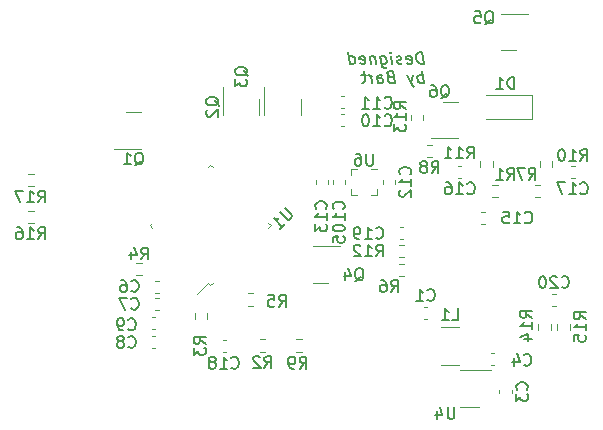
<source format=gbr>
%TF.GenerationSoftware,KiCad,Pcbnew,6.0.2-1.fc35*%
%TF.CreationDate,2022-04-20T21:26:54+02:00*%
%TF.ProjectId,LEDnode,4c45446e-6f64-4652-9e6b-696361645f70,rev?*%
%TF.SameCoordinates,Original*%
%TF.FileFunction,Legend,Bot*%
%TF.FilePolarity,Positive*%
%FSLAX46Y46*%
G04 Gerber Fmt 4.6, Leading zero omitted, Abs format (unit mm)*
G04 Created by KiCad (PCBNEW 6.0.2-1.fc35) date 2022-04-20 21:26:54*
%MOMM*%
%LPD*%
G01*
G04 APERTURE LIST*
%ADD10C,0.150000*%
%ADD11C,0.120000*%
G04 APERTURE END LIST*
D10*
X115158452Y-73647380D02*
X115033452Y-72647380D01*
X114795357Y-72647380D01*
X114658452Y-72695000D01*
X114575119Y-72790238D01*
X114539404Y-72885476D01*
X114515595Y-73075952D01*
X114533452Y-73218809D01*
X114604880Y-73409285D01*
X114664404Y-73504523D01*
X114771547Y-73599761D01*
X114920357Y-73647380D01*
X115158452Y-73647380D01*
X113771547Y-73599761D02*
X113872738Y-73647380D01*
X114063214Y-73647380D01*
X114152500Y-73599761D01*
X114188214Y-73504523D01*
X114140595Y-73123571D01*
X114081071Y-73028333D01*
X113979880Y-72980714D01*
X113789404Y-72980714D01*
X113700119Y-73028333D01*
X113664404Y-73123571D01*
X113676309Y-73218809D01*
X114164404Y-73314047D01*
X113342976Y-73599761D02*
X113253690Y-73647380D01*
X113063214Y-73647380D01*
X112962023Y-73599761D01*
X112902500Y-73504523D01*
X112896547Y-73456904D01*
X112932261Y-73361666D01*
X113021547Y-73314047D01*
X113164404Y-73314047D01*
X113253690Y-73266428D01*
X113289404Y-73171190D01*
X113283452Y-73123571D01*
X113223928Y-73028333D01*
X113122738Y-72980714D01*
X112979880Y-72980714D01*
X112890595Y-73028333D01*
X112491785Y-73647380D02*
X112408452Y-72980714D01*
X112366785Y-72647380D02*
X112420357Y-72695000D01*
X112378690Y-72742619D01*
X112325119Y-72695000D01*
X112366785Y-72647380D01*
X112378690Y-72742619D01*
X111503690Y-72980714D02*
X111604880Y-73790238D01*
X111664404Y-73885476D01*
X111717976Y-73933095D01*
X111819166Y-73980714D01*
X111962023Y-73980714D01*
X112051309Y-73933095D01*
X111581071Y-73599761D02*
X111682261Y-73647380D01*
X111872738Y-73647380D01*
X111962023Y-73599761D01*
X112003690Y-73552142D01*
X112039404Y-73456904D01*
X112003690Y-73171190D01*
X111944166Y-73075952D01*
X111890595Y-73028333D01*
X111789404Y-72980714D01*
X111598928Y-72980714D01*
X111509642Y-73028333D01*
X111027500Y-72980714D02*
X111110833Y-73647380D01*
X111039404Y-73075952D02*
X110985833Y-73028333D01*
X110884642Y-72980714D01*
X110741785Y-72980714D01*
X110652500Y-73028333D01*
X110616785Y-73123571D01*
X110682261Y-73647380D01*
X109819166Y-73599761D02*
X109920357Y-73647380D01*
X110110833Y-73647380D01*
X110200119Y-73599761D01*
X110235833Y-73504523D01*
X110188214Y-73123571D01*
X110128690Y-73028333D01*
X110027500Y-72980714D01*
X109837023Y-72980714D01*
X109747738Y-73028333D01*
X109712023Y-73123571D01*
X109723928Y-73218809D01*
X110212023Y-73314047D01*
X108920357Y-73647380D02*
X108795357Y-72647380D01*
X108914404Y-73599761D02*
X109015595Y-73647380D01*
X109206071Y-73647380D01*
X109295357Y-73599761D01*
X109337023Y-73552142D01*
X109372738Y-73456904D01*
X109337023Y-73171190D01*
X109277500Y-73075952D01*
X109223928Y-73028333D01*
X109122738Y-72980714D01*
X108932261Y-72980714D01*
X108842976Y-73028333D01*
X115158452Y-75257380D02*
X115033452Y-74257380D01*
X115081071Y-74638333D02*
X114979880Y-74590714D01*
X114789404Y-74590714D01*
X114700119Y-74638333D01*
X114658452Y-74685952D01*
X114622738Y-74781190D01*
X114658452Y-75066904D01*
X114717976Y-75162142D01*
X114771547Y-75209761D01*
X114872738Y-75257380D01*
X115063214Y-75257380D01*
X115152500Y-75209761D01*
X114265595Y-74590714D02*
X114110833Y-75257380D01*
X113789404Y-74590714D02*
X114110833Y-75257380D01*
X114235833Y-75495476D01*
X114289404Y-75543095D01*
X114390595Y-75590714D01*
X112331071Y-74733571D02*
X112194166Y-74781190D01*
X112152500Y-74828809D01*
X112116785Y-74924047D01*
X112134642Y-75066904D01*
X112194166Y-75162142D01*
X112247738Y-75209761D01*
X112348928Y-75257380D01*
X112729880Y-75257380D01*
X112604880Y-74257380D01*
X112271547Y-74257380D01*
X112182261Y-74305000D01*
X112140595Y-74352619D01*
X112104880Y-74447857D01*
X112116785Y-74543095D01*
X112176309Y-74638333D01*
X112229880Y-74685952D01*
X112331071Y-74733571D01*
X112664404Y-74733571D01*
X111301309Y-75257380D02*
X111235833Y-74733571D01*
X111271547Y-74638333D01*
X111360833Y-74590714D01*
X111551309Y-74590714D01*
X111652500Y-74638333D01*
X111295357Y-75209761D02*
X111396547Y-75257380D01*
X111634642Y-75257380D01*
X111723928Y-75209761D01*
X111759642Y-75114523D01*
X111747738Y-75019285D01*
X111688214Y-74924047D01*
X111587023Y-74876428D01*
X111348928Y-74876428D01*
X111247738Y-74828809D01*
X110825119Y-75257380D02*
X110741785Y-74590714D01*
X110765595Y-74781190D02*
X110706071Y-74685952D01*
X110652500Y-74638333D01*
X110551309Y-74590714D01*
X110456071Y-74590714D01*
X110265595Y-74590714D02*
X109884642Y-74590714D01*
X110081071Y-74257380D02*
X110188214Y-75114523D01*
X110152500Y-75209761D01*
X110063214Y-75257380D01*
X109967976Y-75257380D01*
%TO.C,R10*%
X128442857Y-81852380D02*
X128776190Y-81376190D01*
X129014285Y-81852380D02*
X129014285Y-80852380D01*
X128633333Y-80852380D01*
X128538095Y-80900000D01*
X128490476Y-80947619D01*
X128442857Y-81042857D01*
X128442857Y-81185714D01*
X128490476Y-81280952D01*
X128538095Y-81328571D01*
X128633333Y-81376190D01*
X129014285Y-81376190D01*
X127490476Y-81852380D02*
X128061904Y-81852380D01*
X127776190Y-81852380D02*
X127776190Y-80852380D01*
X127871428Y-80995238D01*
X127966666Y-81090476D01*
X128061904Y-81138095D01*
X126871428Y-80852380D02*
X126776190Y-80852380D01*
X126680952Y-80900000D01*
X126633333Y-80947619D01*
X126585714Y-81042857D01*
X126538095Y-81233333D01*
X126538095Y-81471428D01*
X126585714Y-81661904D01*
X126633333Y-81757142D01*
X126680952Y-81804761D01*
X126776190Y-81852380D01*
X126871428Y-81852380D01*
X126966666Y-81804761D01*
X127014285Y-81757142D01*
X127061904Y-81661904D01*
X127109523Y-81471428D01*
X127109523Y-81233333D01*
X127061904Y-81042857D01*
X127014285Y-80947619D01*
X126966666Y-80900000D01*
X126871428Y-80852380D01*
%TO.C,C7*%
X90416666Y-94357142D02*
X90464285Y-94404761D01*
X90607142Y-94452380D01*
X90702380Y-94452380D01*
X90845238Y-94404761D01*
X90940476Y-94309523D01*
X90988095Y-94214285D01*
X91035714Y-94023809D01*
X91035714Y-93880952D01*
X90988095Y-93690476D01*
X90940476Y-93595238D01*
X90845238Y-93500000D01*
X90702380Y-93452380D01*
X90607142Y-93452380D01*
X90464285Y-93500000D01*
X90416666Y-93547619D01*
X90083333Y-93452380D02*
X89416666Y-93452380D01*
X89845238Y-94452380D01*
%TO.C,C8*%
X90166666Y-97607142D02*
X90214285Y-97654761D01*
X90357142Y-97702380D01*
X90452380Y-97702380D01*
X90595238Y-97654761D01*
X90690476Y-97559523D01*
X90738095Y-97464285D01*
X90785714Y-97273809D01*
X90785714Y-97130952D01*
X90738095Y-96940476D01*
X90690476Y-96845238D01*
X90595238Y-96750000D01*
X90452380Y-96702380D01*
X90357142Y-96702380D01*
X90214285Y-96750000D01*
X90166666Y-96797619D01*
X89595238Y-97130952D02*
X89690476Y-97083333D01*
X89738095Y-97035714D01*
X89785714Y-96940476D01*
X89785714Y-96892857D01*
X89738095Y-96797619D01*
X89690476Y-96750000D01*
X89595238Y-96702380D01*
X89404761Y-96702380D01*
X89309523Y-96750000D01*
X89261904Y-96797619D01*
X89214285Y-96892857D01*
X89214285Y-96940476D01*
X89261904Y-97035714D01*
X89309523Y-97083333D01*
X89404761Y-97130952D01*
X89595238Y-97130952D01*
X89690476Y-97178571D01*
X89738095Y-97226190D01*
X89785714Y-97321428D01*
X89785714Y-97511904D01*
X89738095Y-97607142D01*
X89690476Y-97654761D01*
X89595238Y-97702380D01*
X89404761Y-97702380D01*
X89309523Y-97654761D01*
X89261904Y-97607142D01*
X89214285Y-97511904D01*
X89214285Y-97321428D01*
X89261904Y-97226190D01*
X89309523Y-97178571D01*
X89404761Y-97130952D01*
%TO.C,Q5*%
X120345238Y-70297619D02*
X120440476Y-70250000D01*
X120535714Y-70154761D01*
X120678571Y-70011904D01*
X120773809Y-69964285D01*
X120869047Y-69964285D01*
X120821428Y-70202380D02*
X120916666Y-70154761D01*
X121011904Y-70059523D01*
X121059523Y-69869047D01*
X121059523Y-69535714D01*
X121011904Y-69345238D01*
X120916666Y-69250000D01*
X120821428Y-69202380D01*
X120630952Y-69202380D01*
X120535714Y-69250000D01*
X120440476Y-69345238D01*
X120392857Y-69535714D01*
X120392857Y-69869047D01*
X120440476Y-70059523D01*
X120535714Y-70154761D01*
X120630952Y-70202380D01*
X120821428Y-70202380D01*
X119488095Y-69202380D02*
X119964285Y-69202380D01*
X120011904Y-69678571D01*
X119964285Y-69630952D01*
X119869047Y-69583333D01*
X119630952Y-69583333D01*
X119535714Y-69630952D01*
X119488095Y-69678571D01*
X119440476Y-69773809D01*
X119440476Y-70011904D01*
X119488095Y-70107142D01*
X119535714Y-70154761D01*
X119630952Y-70202380D01*
X119869047Y-70202380D01*
X119964285Y-70154761D01*
X120011904Y-70107142D01*
%TO.C,C6*%
X90416666Y-92857142D02*
X90464285Y-92904761D01*
X90607142Y-92952380D01*
X90702380Y-92952380D01*
X90845238Y-92904761D01*
X90940476Y-92809523D01*
X90988095Y-92714285D01*
X91035714Y-92523809D01*
X91035714Y-92380952D01*
X90988095Y-92190476D01*
X90940476Y-92095238D01*
X90845238Y-92000000D01*
X90702380Y-91952380D01*
X90607142Y-91952380D01*
X90464285Y-92000000D01*
X90416666Y-92047619D01*
X89559523Y-91952380D02*
X89750000Y-91952380D01*
X89845238Y-92000000D01*
X89892857Y-92047619D01*
X89988095Y-92190476D01*
X90035714Y-92380952D01*
X90035714Y-92761904D01*
X89988095Y-92857142D01*
X89940476Y-92904761D01*
X89845238Y-92952380D01*
X89654761Y-92952380D01*
X89559523Y-92904761D01*
X89511904Y-92857142D01*
X89464285Y-92761904D01*
X89464285Y-92523809D01*
X89511904Y-92428571D01*
X89559523Y-92380952D01*
X89654761Y-92333333D01*
X89845238Y-92333333D01*
X89940476Y-92380952D01*
X89988095Y-92428571D01*
X90035714Y-92523809D01*
%TO.C,Q1*%
X90695238Y-82247619D02*
X90790476Y-82200000D01*
X90885714Y-82104761D01*
X91028571Y-81961904D01*
X91123809Y-81914285D01*
X91219047Y-81914285D01*
X91171428Y-82152380D02*
X91266666Y-82104761D01*
X91361904Y-82009523D01*
X91409523Y-81819047D01*
X91409523Y-81485714D01*
X91361904Y-81295238D01*
X91266666Y-81200000D01*
X91171428Y-81152380D01*
X90980952Y-81152380D01*
X90885714Y-81200000D01*
X90790476Y-81295238D01*
X90742857Y-81485714D01*
X90742857Y-81819047D01*
X90790476Y-82009523D01*
X90885714Y-82104761D01*
X90980952Y-82152380D01*
X91171428Y-82152380D01*
X89790476Y-82152380D02*
X90361904Y-82152380D01*
X90076190Y-82152380D02*
X90076190Y-81152380D01*
X90171428Y-81295238D01*
X90266666Y-81390476D01*
X90361904Y-81438095D01*
%TO.C,C17*%
X128442857Y-84587142D02*
X128490476Y-84634761D01*
X128633333Y-84682380D01*
X128728571Y-84682380D01*
X128871428Y-84634761D01*
X128966666Y-84539523D01*
X129014285Y-84444285D01*
X129061904Y-84253809D01*
X129061904Y-84110952D01*
X129014285Y-83920476D01*
X128966666Y-83825238D01*
X128871428Y-83730000D01*
X128728571Y-83682380D01*
X128633333Y-83682380D01*
X128490476Y-83730000D01*
X128442857Y-83777619D01*
X127490476Y-84682380D02*
X128061904Y-84682380D01*
X127776190Y-84682380D02*
X127776190Y-83682380D01*
X127871428Y-83825238D01*
X127966666Y-83920476D01*
X128061904Y-83968095D01*
X127157142Y-83682380D02*
X126490476Y-83682380D01*
X126919047Y-84682380D01*
%TO.C,Q2*%
X97847619Y-77204761D02*
X97800000Y-77109523D01*
X97704761Y-77014285D01*
X97561904Y-76871428D01*
X97514285Y-76776190D01*
X97514285Y-76680952D01*
X97752380Y-76728571D02*
X97704761Y-76633333D01*
X97609523Y-76538095D01*
X97419047Y-76490476D01*
X97085714Y-76490476D01*
X96895238Y-76538095D01*
X96800000Y-76633333D01*
X96752380Y-76728571D01*
X96752380Y-76919047D01*
X96800000Y-77014285D01*
X96895238Y-77109523D01*
X97085714Y-77157142D01*
X97419047Y-77157142D01*
X97609523Y-77109523D01*
X97704761Y-77014285D01*
X97752380Y-76919047D01*
X97752380Y-76728571D01*
X96847619Y-77538095D02*
X96800000Y-77585714D01*
X96752380Y-77680952D01*
X96752380Y-77919047D01*
X96800000Y-78014285D01*
X96847619Y-78061904D01*
X96942857Y-78109523D01*
X97038095Y-78109523D01*
X97180952Y-78061904D01*
X97752380Y-77490476D01*
X97752380Y-78109523D01*
%TO.C,C15*%
X123742857Y-87057142D02*
X123790476Y-87104761D01*
X123933333Y-87152380D01*
X124028571Y-87152380D01*
X124171428Y-87104761D01*
X124266666Y-87009523D01*
X124314285Y-86914285D01*
X124361904Y-86723809D01*
X124361904Y-86580952D01*
X124314285Y-86390476D01*
X124266666Y-86295238D01*
X124171428Y-86200000D01*
X124028571Y-86152380D01*
X123933333Y-86152380D01*
X123790476Y-86200000D01*
X123742857Y-86247619D01*
X122790476Y-87152380D02*
X123361904Y-87152380D01*
X123076190Y-87152380D02*
X123076190Y-86152380D01*
X123171428Y-86295238D01*
X123266666Y-86390476D01*
X123361904Y-86438095D01*
X121885714Y-86152380D02*
X122361904Y-86152380D01*
X122409523Y-86628571D01*
X122361904Y-86580952D01*
X122266666Y-86533333D01*
X122028571Y-86533333D01*
X121933333Y-86580952D01*
X121885714Y-86628571D01*
X121838095Y-86723809D01*
X121838095Y-86961904D01*
X121885714Y-87057142D01*
X121933333Y-87104761D01*
X122028571Y-87152380D01*
X122266666Y-87152380D01*
X122361904Y-87104761D01*
X122409523Y-87057142D01*
%TO.C,C3*%
X123887142Y-101233333D02*
X123934761Y-101185714D01*
X123982380Y-101042857D01*
X123982380Y-100947619D01*
X123934761Y-100804761D01*
X123839523Y-100709523D01*
X123744285Y-100661904D01*
X123553809Y-100614285D01*
X123410952Y-100614285D01*
X123220476Y-100661904D01*
X123125238Y-100709523D01*
X123030000Y-100804761D01*
X122982380Y-100947619D01*
X122982380Y-101042857D01*
X123030000Y-101185714D01*
X123077619Y-101233333D01*
X122982380Y-101566666D02*
X122982380Y-102185714D01*
X123363333Y-101852380D01*
X123363333Y-101995238D01*
X123410952Y-102090476D01*
X123458571Y-102138095D01*
X123553809Y-102185714D01*
X123791904Y-102185714D01*
X123887142Y-102138095D01*
X123934761Y-102090476D01*
X123982380Y-101995238D01*
X123982380Y-101709523D01*
X123934761Y-101614285D01*
X123887142Y-101566666D01*
%TO.C,R17*%
X82542857Y-85382380D02*
X82876190Y-84906190D01*
X83114285Y-85382380D02*
X83114285Y-84382380D01*
X82733333Y-84382380D01*
X82638095Y-84430000D01*
X82590476Y-84477619D01*
X82542857Y-84572857D01*
X82542857Y-84715714D01*
X82590476Y-84810952D01*
X82638095Y-84858571D01*
X82733333Y-84906190D01*
X83114285Y-84906190D01*
X81590476Y-85382380D02*
X82161904Y-85382380D01*
X81876190Y-85382380D02*
X81876190Y-84382380D01*
X81971428Y-84525238D01*
X82066666Y-84620476D01*
X82161904Y-84668095D01*
X81257142Y-84382380D02*
X80590476Y-84382380D01*
X81019047Y-85382380D01*
%TO.C,C105*%
X108382142Y-85930952D02*
X108429761Y-85883333D01*
X108477380Y-85740476D01*
X108477380Y-85645238D01*
X108429761Y-85502380D01*
X108334523Y-85407142D01*
X108239285Y-85359523D01*
X108048809Y-85311904D01*
X107905952Y-85311904D01*
X107715476Y-85359523D01*
X107620238Y-85407142D01*
X107525000Y-85502380D01*
X107477380Y-85645238D01*
X107477380Y-85740476D01*
X107525000Y-85883333D01*
X107572619Y-85930952D01*
X108477380Y-86883333D02*
X108477380Y-86311904D01*
X108477380Y-86597619D02*
X107477380Y-86597619D01*
X107620238Y-86502380D01*
X107715476Y-86407142D01*
X107763095Y-86311904D01*
X107477380Y-87502380D02*
X107477380Y-87597619D01*
X107525000Y-87692857D01*
X107572619Y-87740476D01*
X107667857Y-87788095D01*
X107858333Y-87835714D01*
X108096428Y-87835714D01*
X108286904Y-87788095D01*
X108382142Y-87740476D01*
X108429761Y-87692857D01*
X108477380Y-87597619D01*
X108477380Y-87502380D01*
X108429761Y-87407142D01*
X108382142Y-87359523D01*
X108286904Y-87311904D01*
X108096428Y-87264285D01*
X107858333Y-87264285D01*
X107667857Y-87311904D01*
X107572619Y-87359523D01*
X107525000Y-87407142D01*
X107477380Y-87502380D01*
X107477380Y-88740476D02*
X107477380Y-88264285D01*
X107953571Y-88216666D01*
X107905952Y-88264285D01*
X107858333Y-88359523D01*
X107858333Y-88597619D01*
X107905952Y-88692857D01*
X107953571Y-88740476D01*
X108048809Y-88788095D01*
X108286904Y-88788095D01*
X108382142Y-88740476D01*
X108429761Y-88692857D01*
X108477380Y-88597619D01*
X108477380Y-88359523D01*
X108429761Y-88264285D01*
X108382142Y-88216666D01*
%TO.C,R11*%
X118842857Y-81652380D02*
X119176190Y-81176190D01*
X119414285Y-81652380D02*
X119414285Y-80652380D01*
X119033333Y-80652380D01*
X118938095Y-80700000D01*
X118890476Y-80747619D01*
X118842857Y-80842857D01*
X118842857Y-80985714D01*
X118890476Y-81080952D01*
X118938095Y-81128571D01*
X119033333Y-81176190D01*
X119414285Y-81176190D01*
X117890476Y-81652380D02*
X118461904Y-81652380D01*
X118176190Y-81652380D02*
X118176190Y-80652380D01*
X118271428Y-80795238D01*
X118366666Y-80890476D01*
X118461904Y-80938095D01*
X116938095Y-81652380D02*
X117509523Y-81652380D01*
X117223809Y-81652380D02*
X117223809Y-80652380D01*
X117319047Y-80795238D01*
X117414285Y-80890476D01*
X117509523Y-80938095D01*
%TO.C,C19*%
X111142857Y-88357142D02*
X111190476Y-88404761D01*
X111333333Y-88452380D01*
X111428571Y-88452380D01*
X111571428Y-88404761D01*
X111666666Y-88309523D01*
X111714285Y-88214285D01*
X111761904Y-88023809D01*
X111761904Y-87880952D01*
X111714285Y-87690476D01*
X111666666Y-87595238D01*
X111571428Y-87500000D01*
X111428571Y-87452380D01*
X111333333Y-87452380D01*
X111190476Y-87500000D01*
X111142857Y-87547619D01*
X110190476Y-88452380D02*
X110761904Y-88452380D01*
X110476190Y-88452380D02*
X110476190Y-87452380D01*
X110571428Y-87595238D01*
X110666666Y-87690476D01*
X110761904Y-87738095D01*
X109714285Y-88452380D02*
X109523809Y-88452380D01*
X109428571Y-88404761D01*
X109380952Y-88357142D01*
X109285714Y-88214285D01*
X109238095Y-88023809D01*
X109238095Y-87642857D01*
X109285714Y-87547619D01*
X109333333Y-87500000D01*
X109428571Y-87452380D01*
X109619047Y-87452380D01*
X109714285Y-87500000D01*
X109761904Y-87547619D01*
X109809523Y-87642857D01*
X109809523Y-87880952D01*
X109761904Y-87976190D01*
X109714285Y-88023809D01*
X109619047Y-88071428D01*
X109428571Y-88071428D01*
X109333333Y-88023809D01*
X109285714Y-87976190D01*
X109238095Y-87880952D01*
%TO.C,R1*%
X122266666Y-83452380D02*
X122600000Y-82976190D01*
X122838095Y-83452380D02*
X122838095Y-82452380D01*
X122457142Y-82452380D01*
X122361904Y-82500000D01*
X122314285Y-82547619D01*
X122266666Y-82642857D01*
X122266666Y-82785714D01*
X122314285Y-82880952D01*
X122361904Y-82928571D01*
X122457142Y-82976190D01*
X122838095Y-82976190D01*
X121314285Y-83452380D02*
X121885714Y-83452380D01*
X121600000Y-83452380D02*
X121600000Y-82452380D01*
X121695238Y-82595238D01*
X121790476Y-82690476D01*
X121885714Y-82738095D01*
%TO.C,R15*%
X128882380Y-95257142D02*
X128406190Y-94923809D01*
X128882380Y-94685714D02*
X127882380Y-94685714D01*
X127882380Y-95066666D01*
X127930000Y-95161904D01*
X127977619Y-95209523D01*
X128072857Y-95257142D01*
X128215714Y-95257142D01*
X128310952Y-95209523D01*
X128358571Y-95161904D01*
X128406190Y-95066666D01*
X128406190Y-94685714D01*
X128882380Y-96209523D02*
X128882380Y-95638095D01*
X128882380Y-95923809D02*
X127882380Y-95923809D01*
X128025238Y-95828571D01*
X128120476Y-95733333D01*
X128168095Y-95638095D01*
X127882380Y-97114285D02*
X127882380Y-96638095D01*
X128358571Y-96590476D01*
X128310952Y-96638095D01*
X128263333Y-96733333D01*
X128263333Y-96971428D01*
X128310952Y-97066666D01*
X128358571Y-97114285D01*
X128453809Y-97161904D01*
X128691904Y-97161904D01*
X128787142Y-97114285D01*
X128834761Y-97066666D01*
X128882380Y-96971428D01*
X128882380Y-96733333D01*
X128834761Y-96638095D01*
X128787142Y-96590476D01*
%TO.C,Q4*%
X109345238Y-92047619D02*
X109440476Y-92000000D01*
X109535714Y-91904761D01*
X109678571Y-91761904D01*
X109773809Y-91714285D01*
X109869047Y-91714285D01*
X109821428Y-91952380D02*
X109916666Y-91904761D01*
X110011904Y-91809523D01*
X110059523Y-91619047D01*
X110059523Y-91285714D01*
X110011904Y-91095238D01*
X109916666Y-91000000D01*
X109821428Y-90952380D01*
X109630952Y-90952380D01*
X109535714Y-91000000D01*
X109440476Y-91095238D01*
X109392857Y-91285714D01*
X109392857Y-91619047D01*
X109440476Y-91809523D01*
X109535714Y-91904761D01*
X109630952Y-91952380D01*
X109821428Y-91952380D01*
X108535714Y-91285714D02*
X108535714Y-91952380D01*
X108773809Y-90904761D02*
X109011904Y-91619047D01*
X108392857Y-91619047D01*
%TO.C,C13*%
X106882142Y-85907142D02*
X106929761Y-85859523D01*
X106977380Y-85716666D01*
X106977380Y-85621428D01*
X106929761Y-85478571D01*
X106834523Y-85383333D01*
X106739285Y-85335714D01*
X106548809Y-85288095D01*
X106405952Y-85288095D01*
X106215476Y-85335714D01*
X106120238Y-85383333D01*
X106025000Y-85478571D01*
X105977380Y-85621428D01*
X105977380Y-85716666D01*
X106025000Y-85859523D01*
X106072619Y-85907142D01*
X106977380Y-86859523D02*
X106977380Y-86288095D01*
X106977380Y-86573809D02*
X105977380Y-86573809D01*
X106120238Y-86478571D01*
X106215476Y-86383333D01*
X106263095Y-86288095D01*
X105977380Y-87192857D02*
X105977380Y-87811904D01*
X106358333Y-87478571D01*
X106358333Y-87621428D01*
X106405952Y-87716666D01*
X106453571Y-87764285D01*
X106548809Y-87811904D01*
X106786904Y-87811904D01*
X106882142Y-87764285D01*
X106929761Y-87716666D01*
X106977380Y-87621428D01*
X106977380Y-87335714D01*
X106929761Y-87240476D01*
X106882142Y-87192857D01*
%TO.C,C16*%
X118867857Y-84587142D02*
X118915476Y-84634761D01*
X119058333Y-84682380D01*
X119153571Y-84682380D01*
X119296428Y-84634761D01*
X119391666Y-84539523D01*
X119439285Y-84444285D01*
X119486904Y-84253809D01*
X119486904Y-84110952D01*
X119439285Y-83920476D01*
X119391666Y-83825238D01*
X119296428Y-83730000D01*
X119153571Y-83682380D01*
X119058333Y-83682380D01*
X118915476Y-83730000D01*
X118867857Y-83777619D01*
X117915476Y-84682380D02*
X118486904Y-84682380D01*
X118201190Y-84682380D02*
X118201190Y-83682380D01*
X118296428Y-83825238D01*
X118391666Y-83920476D01*
X118486904Y-83968095D01*
X117058333Y-83682380D02*
X117248809Y-83682380D01*
X117344047Y-83730000D01*
X117391666Y-83777619D01*
X117486904Y-83920476D01*
X117534523Y-84110952D01*
X117534523Y-84491904D01*
X117486904Y-84587142D01*
X117439285Y-84634761D01*
X117344047Y-84682380D01*
X117153571Y-84682380D01*
X117058333Y-84634761D01*
X117010714Y-84587142D01*
X116963095Y-84491904D01*
X116963095Y-84253809D01*
X117010714Y-84158571D01*
X117058333Y-84110952D01*
X117153571Y-84063333D01*
X117344047Y-84063333D01*
X117439285Y-84110952D01*
X117486904Y-84158571D01*
X117534523Y-84253809D01*
%TO.C,R6*%
X112416666Y-92952380D02*
X112750000Y-92476190D01*
X112988095Y-92952380D02*
X112988095Y-91952380D01*
X112607142Y-91952380D01*
X112511904Y-92000000D01*
X112464285Y-92047619D01*
X112416666Y-92142857D01*
X112416666Y-92285714D01*
X112464285Y-92380952D01*
X112511904Y-92428571D01*
X112607142Y-92476190D01*
X112988095Y-92476190D01*
X111559523Y-91952380D02*
X111750000Y-91952380D01*
X111845238Y-92000000D01*
X111892857Y-92047619D01*
X111988095Y-92190476D01*
X112035714Y-92380952D01*
X112035714Y-92761904D01*
X111988095Y-92857142D01*
X111940476Y-92904761D01*
X111845238Y-92952380D01*
X111654761Y-92952380D01*
X111559523Y-92904761D01*
X111511904Y-92857142D01*
X111464285Y-92761904D01*
X111464285Y-92523809D01*
X111511904Y-92428571D01*
X111559523Y-92380952D01*
X111654761Y-92333333D01*
X111845238Y-92333333D01*
X111940476Y-92380952D01*
X111988095Y-92428571D01*
X112035714Y-92523809D01*
%TO.C,C1*%
X115491666Y-93627142D02*
X115539285Y-93674761D01*
X115682142Y-93722380D01*
X115777380Y-93722380D01*
X115920238Y-93674761D01*
X116015476Y-93579523D01*
X116063095Y-93484285D01*
X116110714Y-93293809D01*
X116110714Y-93150952D01*
X116063095Y-92960476D01*
X116015476Y-92865238D01*
X115920238Y-92770000D01*
X115777380Y-92722380D01*
X115682142Y-92722380D01*
X115539285Y-92770000D01*
X115491666Y-92817619D01*
X114539285Y-93722380D02*
X115110714Y-93722380D01*
X114825000Y-93722380D02*
X114825000Y-92722380D01*
X114920238Y-92865238D01*
X115015476Y-92960476D01*
X115110714Y-93008095D01*
%TO.C,U4*%
X117761904Y-102702380D02*
X117761904Y-103511904D01*
X117714285Y-103607142D01*
X117666666Y-103654761D01*
X117571428Y-103702380D01*
X117380952Y-103702380D01*
X117285714Y-103654761D01*
X117238095Y-103607142D01*
X117190476Y-103511904D01*
X117190476Y-102702380D01*
X116285714Y-103035714D02*
X116285714Y-103702380D01*
X116523809Y-102654761D02*
X116761904Y-103369047D01*
X116142857Y-103369047D01*
%TO.C,R7*%
X124066666Y-83452380D02*
X124400000Y-82976190D01*
X124638095Y-83452380D02*
X124638095Y-82452380D01*
X124257142Y-82452380D01*
X124161904Y-82500000D01*
X124114285Y-82547619D01*
X124066666Y-82642857D01*
X124066666Y-82785714D01*
X124114285Y-82880952D01*
X124161904Y-82928571D01*
X124257142Y-82976190D01*
X124638095Y-82976190D01*
X123733333Y-82452380D02*
X123066666Y-82452380D01*
X123495238Y-83452380D01*
%TO.C,C9*%
X90166666Y-96107142D02*
X90214285Y-96154761D01*
X90357142Y-96202380D01*
X90452380Y-96202380D01*
X90595238Y-96154761D01*
X90690476Y-96059523D01*
X90738095Y-95964285D01*
X90785714Y-95773809D01*
X90785714Y-95630952D01*
X90738095Y-95440476D01*
X90690476Y-95345238D01*
X90595238Y-95250000D01*
X90452380Y-95202380D01*
X90357142Y-95202380D01*
X90214285Y-95250000D01*
X90166666Y-95297619D01*
X89690476Y-96202380D02*
X89500000Y-96202380D01*
X89404761Y-96154761D01*
X89357142Y-96107142D01*
X89261904Y-95964285D01*
X89214285Y-95773809D01*
X89214285Y-95392857D01*
X89261904Y-95297619D01*
X89309523Y-95250000D01*
X89404761Y-95202380D01*
X89595238Y-95202380D01*
X89690476Y-95250000D01*
X89738095Y-95297619D01*
X89785714Y-95392857D01*
X89785714Y-95630952D01*
X89738095Y-95726190D01*
X89690476Y-95773809D01*
X89595238Y-95821428D01*
X89404761Y-95821428D01*
X89309523Y-95773809D01*
X89261904Y-95726190D01*
X89214285Y-95630952D01*
%TO.C,C11*%
X111854868Y-77332142D02*
X111902487Y-77379761D01*
X112045344Y-77427380D01*
X112140582Y-77427380D01*
X112283439Y-77379761D01*
X112378677Y-77284523D01*
X112426296Y-77189285D01*
X112473915Y-76998809D01*
X112473915Y-76855952D01*
X112426296Y-76665476D01*
X112378677Y-76570238D01*
X112283439Y-76475000D01*
X112140582Y-76427380D01*
X112045344Y-76427380D01*
X111902487Y-76475000D01*
X111854868Y-76522619D01*
X110902487Y-77427380D02*
X111473915Y-77427380D01*
X111188201Y-77427380D02*
X111188201Y-76427380D01*
X111283439Y-76570238D01*
X111378677Y-76665476D01*
X111473915Y-76713095D01*
X109950106Y-77427380D02*
X110521534Y-77427380D01*
X110235820Y-77427380D02*
X110235820Y-76427380D01*
X110331058Y-76570238D01*
X110426296Y-76665476D01*
X110521534Y-76713095D01*
%TO.C,R16*%
X82542857Y-88482380D02*
X82876190Y-88006190D01*
X83114285Y-88482380D02*
X83114285Y-87482380D01*
X82733333Y-87482380D01*
X82638095Y-87530000D01*
X82590476Y-87577619D01*
X82542857Y-87672857D01*
X82542857Y-87815714D01*
X82590476Y-87910952D01*
X82638095Y-87958571D01*
X82733333Y-88006190D01*
X83114285Y-88006190D01*
X81590476Y-88482380D02*
X82161904Y-88482380D01*
X81876190Y-88482380D02*
X81876190Y-87482380D01*
X81971428Y-87625238D01*
X82066666Y-87720476D01*
X82161904Y-87768095D01*
X80733333Y-87482380D02*
X80923809Y-87482380D01*
X81019047Y-87530000D01*
X81066666Y-87577619D01*
X81161904Y-87720476D01*
X81209523Y-87910952D01*
X81209523Y-88291904D01*
X81161904Y-88387142D01*
X81114285Y-88434761D01*
X81019047Y-88482380D01*
X80828571Y-88482380D01*
X80733333Y-88434761D01*
X80685714Y-88387142D01*
X80638095Y-88291904D01*
X80638095Y-88053809D01*
X80685714Y-87958571D01*
X80733333Y-87910952D01*
X80828571Y-87863333D01*
X81019047Y-87863333D01*
X81114285Y-87910952D01*
X81161904Y-87958571D01*
X81209523Y-88053809D01*
%TO.C,Q6*%
X116595238Y-76547619D02*
X116690476Y-76500000D01*
X116785714Y-76404761D01*
X116928571Y-76261904D01*
X117023809Y-76214285D01*
X117119047Y-76214285D01*
X117071428Y-76452380D02*
X117166666Y-76404761D01*
X117261904Y-76309523D01*
X117309523Y-76119047D01*
X117309523Y-75785714D01*
X117261904Y-75595238D01*
X117166666Y-75500000D01*
X117071428Y-75452380D01*
X116880952Y-75452380D01*
X116785714Y-75500000D01*
X116690476Y-75595238D01*
X116642857Y-75785714D01*
X116642857Y-76119047D01*
X116690476Y-76309523D01*
X116785714Y-76404761D01*
X116880952Y-76452380D01*
X117071428Y-76452380D01*
X115785714Y-75452380D02*
X115976190Y-75452380D01*
X116071428Y-75500000D01*
X116119047Y-75547619D01*
X116214285Y-75690476D01*
X116261904Y-75880952D01*
X116261904Y-76261904D01*
X116214285Y-76357142D01*
X116166666Y-76404761D01*
X116071428Y-76452380D01*
X115880952Y-76452380D01*
X115785714Y-76404761D01*
X115738095Y-76357142D01*
X115690476Y-76261904D01*
X115690476Y-76023809D01*
X115738095Y-75928571D01*
X115785714Y-75880952D01*
X115880952Y-75833333D01*
X116071428Y-75833333D01*
X116166666Y-75880952D01*
X116214285Y-75928571D01*
X116261904Y-76023809D01*
%TO.C,U6*%
X110886904Y-81252380D02*
X110886904Y-82061904D01*
X110839285Y-82157142D01*
X110791666Y-82204761D01*
X110696428Y-82252380D01*
X110505952Y-82252380D01*
X110410714Y-82204761D01*
X110363095Y-82157142D01*
X110315476Y-82061904D01*
X110315476Y-81252380D01*
X109410714Y-81252380D02*
X109601190Y-81252380D01*
X109696428Y-81300000D01*
X109744047Y-81347619D01*
X109839285Y-81490476D01*
X109886904Y-81680952D01*
X109886904Y-82061904D01*
X109839285Y-82157142D01*
X109791666Y-82204761D01*
X109696428Y-82252380D01*
X109505952Y-82252380D01*
X109410714Y-82204761D01*
X109363095Y-82157142D01*
X109315476Y-82061904D01*
X109315476Y-81823809D01*
X109363095Y-81728571D01*
X109410714Y-81680952D01*
X109505952Y-81633333D01*
X109696428Y-81633333D01*
X109791666Y-81680952D01*
X109839285Y-81728571D01*
X109886904Y-81823809D01*
%TO.C,C20*%
X126842857Y-92527142D02*
X126890476Y-92574761D01*
X127033333Y-92622380D01*
X127128571Y-92622380D01*
X127271428Y-92574761D01*
X127366666Y-92479523D01*
X127414285Y-92384285D01*
X127461904Y-92193809D01*
X127461904Y-92050952D01*
X127414285Y-91860476D01*
X127366666Y-91765238D01*
X127271428Y-91670000D01*
X127128571Y-91622380D01*
X127033333Y-91622380D01*
X126890476Y-91670000D01*
X126842857Y-91717619D01*
X126461904Y-91717619D02*
X126414285Y-91670000D01*
X126319047Y-91622380D01*
X126080952Y-91622380D01*
X125985714Y-91670000D01*
X125938095Y-91717619D01*
X125890476Y-91812857D01*
X125890476Y-91908095D01*
X125938095Y-92050952D01*
X126509523Y-92622380D01*
X125890476Y-92622380D01*
X125271428Y-91622380D02*
X125176190Y-91622380D01*
X125080952Y-91670000D01*
X125033333Y-91717619D01*
X124985714Y-91812857D01*
X124938095Y-92003333D01*
X124938095Y-92241428D01*
X124985714Y-92431904D01*
X125033333Y-92527142D01*
X125080952Y-92574761D01*
X125176190Y-92622380D01*
X125271428Y-92622380D01*
X125366666Y-92574761D01*
X125414285Y-92527142D01*
X125461904Y-92431904D01*
X125509523Y-92241428D01*
X125509523Y-92003333D01*
X125461904Y-91812857D01*
X125414285Y-91717619D01*
X125366666Y-91670000D01*
X125271428Y-91622380D01*
%TO.C,C4*%
X123666666Y-99107142D02*
X123714285Y-99154761D01*
X123857142Y-99202380D01*
X123952380Y-99202380D01*
X124095238Y-99154761D01*
X124190476Y-99059523D01*
X124238095Y-98964285D01*
X124285714Y-98773809D01*
X124285714Y-98630952D01*
X124238095Y-98440476D01*
X124190476Y-98345238D01*
X124095238Y-98250000D01*
X123952380Y-98202380D01*
X123857142Y-98202380D01*
X123714285Y-98250000D01*
X123666666Y-98297619D01*
X122809523Y-98535714D02*
X122809523Y-99202380D01*
X123047619Y-98154761D02*
X123285714Y-98869047D01*
X122666666Y-98869047D01*
%TO.C,C18*%
X98892857Y-99357142D02*
X98940476Y-99404761D01*
X99083333Y-99452380D01*
X99178571Y-99452380D01*
X99321428Y-99404761D01*
X99416666Y-99309523D01*
X99464285Y-99214285D01*
X99511904Y-99023809D01*
X99511904Y-98880952D01*
X99464285Y-98690476D01*
X99416666Y-98595238D01*
X99321428Y-98500000D01*
X99178571Y-98452380D01*
X99083333Y-98452380D01*
X98940476Y-98500000D01*
X98892857Y-98547619D01*
X97940476Y-99452380D02*
X98511904Y-99452380D01*
X98226190Y-99452380D02*
X98226190Y-98452380D01*
X98321428Y-98595238D01*
X98416666Y-98690476D01*
X98511904Y-98738095D01*
X97369047Y-98880952D02*
X97464285Y-98833333D01*
X97511904Y-98785714D01*
X97559523Y-98690476D01*
X97559523Y-98642857D01*
X97511904Y-98547619D01*
X97464285Y-98500000D01*
X97369047Y-98452380D01*
X97178571Y-98452380D01*
X97083333Y-98500000D01*
X97035714Y-98547619D01*
X96988095Y-98642857D01*
X96988095Y-98690476D01*
X97035714Y-98785714D01*
X97083333Y-98833333D01*
X97178571Y-98880952D01*
X97369047Y-98880952D01*
X97464285Y-98928571D01*
X97511904Y-98976190D01*
X97559523Y-99071428D01*
X97559523Y-99261904D01*
X97511904Y-99357142D01*
X97464285Y-99404761D01*
X97369047Y-99452380D01*
X97178571Y-99452380D01*
X97083333Y-99404761D01*
X97035714Y-99357142D01*
X96988095Y-99261904D01*
X96988095Y-99071428D01*
X97035714Y-98976190D01*
X97083333Y-98928571D01*
X97178571Y-98880952D01*
%TO.C,R5*%
X102916666Y-94202380D02*
X103250000Y-93726190D01*
X103488095Y-94202380D02*
X103488095Y-93202380D01*
X103107142Y-93202380D01*
X103011904Y-93250000D01*
X102964285Y-93297619D01*
X102916666Y-93392857D01*
X102916666Y-93535714D01*
X102964285Y-93630952D01*
X103011904Y-93678571D01*
X103107142Y-93726190D01*
X103488095Y-93726190D01*
X102011904Y-93202380D02*
X102488095Y-93202380D01*
X102535714Y-93678571D01*
X102488095Y-93630952D01*
X102392857Y-93583333D01*
X102154761Y-93583333D01*
X102059523Y-93630952D01*
X102011904Y-93678571D01*
X101964285Y-93773809D01*
X101964285Y-94011904D01*
X102011904Y-94107142D01*
X102059523Y-94154761D01*
X102154761Y-94202380D01*
X102392857Y-94202380D01*
X102488095Y-94154761D01*
X102535714Y-94107142D01*
%TO.C,D1*%
X122838095Y-75752380D02*
X122838095Y-74752380D01*
X122600000Y-74752380D01*
X122457142Y-74800000D01*
X122361904Y-74895238D01*
X122314285Y-74990476D01*
X122266666Y-75180952D01*
X122266666Y-75323809D01*
X122314285Y-75514285D01*
X122361904Y-75609523D01*
X122457142Y-75704761D01*
X122600000Y-75752380D01*
X122838095Y-75752380D01*
X121314285Y-75752380D02*
X121885714Y-75752380D01*
X121600000Y-75752380D02*
X121600000Y-74752380D01*
X121695238Y-74895238D01*
X121790476Y-74990476D01*
X121885714Y-75038095D01*
%TO.C,R3*%
X96702380Y-97333333D02*
X96226190Y-97000000D01*
X96702380Y-96761904D02*
X95702380Y-96761904D01*
X95702380Y-97142857D01*
X95750000Y-97238095D01*
X95797619Y-97285714D01*
X95892857Y-97333333D01*
X96035714Y-97333333D01*
X96130952Y-97285714D01*
X96178571Y-97238095D01*
X96226190Y-97142857D01*
X96226190Y-96761904D01*
X95702380Y-97666666D02*
X95702380Y-98285714D01*
X96083333Y-97952380D01*
X96083333Y-98095238D01*
X96130952Y-98190476D01*
X96178571Y-98238095D01*
X96273809Y-98285714D01*
X96511904Y-98285714D01*
X96607142Y-98238095D01*
X96654761Y-98190476D01*
X96702380Y-98095238D01*
X96702380Y-97809523D01*
X96654761Y-97714285D01*
X96607142Y-97666666D01*
%TO.C,C10*%
X111854868Y-78832142D02*
X111902487Y-78879761D01*
X112045344Y-78927380D01*
X112140582Y-78927380D01*
X112283439Y-78879761D01*
X112378677Y-78784523D01*
X112426296Y-78689285D01*
X112473915Y-78498809D01*
X112473915Y-78355952D01*
X112426296Y-78165476D01*
X112378677Y-78070238D01*
X112283439Y-77975000D01*
X112140582Y-77927380D01*
X112045344Y-77927380D01*
X111902487Y-77975000D01*
X111854868Y-78022619D01*
X110902487Y-78927380D02*
X111473915Y-78927380D01*
X111188201Y-78927380D02*
X111188201Y-77927380D01*
X111283439Y-78070238D01*
X111378677Y-78165476D01*
X111473915Y-78213095D01*
X110283439Y-77927380D02*
X110188201Y-77927380D01*
X110092963Y-77975000D01*
X110045344Y-78022619D01*
X109997725Y-78117857D01*
X109950106Y-78308333D01*
X109950106Y-78546428D01*
X109997725Y-78736904D01*
X110045344Y-78832142D01*
X110092963Y-78879761D01*
X110188201Y-78927380D01*
X110283439Y-78927380D01*
X110378677Y-78879761D01*
X110426296Y-78832142D01*
X110473915Y-78736904D01*
X110521534Y-78546428D01*
X110521534Y-78308333D01*
X110473915Y-78117857D01*
X110426296Y-78022619D01*
X110378677Y-77975000D01*
X110283439Y-77927380D01*
%TO.C,R14*%
X124352380Y-95157142D02*
X123876190Y-94823809D01*
X124352380Y-94585714D02*
X123352380Y-94585714D01*
X123352380Y-94966666D01*
X123400000Y-95061904D01*
X123447619Y-95109523D01*
X123542857Y-95157142D01*
X123685714Y-95157142D01*
X123780952Y-95109523D01*
X123828571Y-95061904D01*
X123876190Y-94966666D01*
X123876190Y-94585714D01*
X124352380Y-96109523D02*
X124352380Y-95538095D01*
X124352380Y-95823809D02*
X123352380Y-95823809D01*
X123495238Y-95728571D01*
X123590476Y-95633333D01*
X123638095Y-95538095D01*
X123685714Y-96966666D02*
X124352380Y-96966666D01*
X123304761Y-96728571D02*
X124019047Y-96490476D01*
X124019047Y-97109523D01*
%TO.C,Q3*%
X100297619Y-74654761D02*
X100250000Y-74559523D01*
X100154761Y-74464285D01*
X100011904Y-74321428D01*
X99964285Y-74226190D01*
X99964285Y-74130952D01*
X100202380Y-74178571D02*
X100154761Y-74083333D01*
X100059523Y-73988095D01*
X99869047Y-73940476D01*
X99535714Y-73940476D01*
X99345238Y-73988095D01*
X99250000Y-74083333D01*
X99202380Y-74178571D01*
X99202380Y-74369047D01*
X99250000Y-74464285D01*
X99345238Y-74559523D01*
X99535714Y-74607142D01*
X99869047Y-74607142D01*
X100059523Y-74559523D01*
X100154761Y-74464285D01*
X100202380Y-74369047D01*
X100202380Y-74178571D01*
X99202380Y-74940476D02*
X99202380Y-75559523D01*
X99583333Y-75226190D01*
X99583333Y-75369047D01*
X99630952Y-75464285D01*
X99678571Y-75511904D01*
X99773809Y-75559523D01*
X100011904Y-75559523D01*
X100107142Y-75511904D01*
X100154761Y-75464285D01*
X100202380Y-75369047D01*
X100202380Y-75083333D01*
X100154761Y-74988095D01*
X100107142Y-74940476D01*
%TO.C,C12*%
X114012142Y-83007142D02*
X114059761Y-82959523D01*
X114107380Y-82816666D01*
X114107380Y-82721428D01*
X114059761Y-82578571D01*
X113964523Y-82483333D01*
X113869285Y-82435714D01*
X113678809Y-82388095D01*
X113535952Y-82388095D01*
X113345476Y-82435714D01*
X113250238Y-82483333D01*
X113155000Y-82578571D01*
X113107380Y-82721428D01*
X113107380Y-82816666D01*
X113155000Y-82959523D01*
X113202619Y-83007142D01*
X114107380Y-83959523D02*
X114107380Y-83388095D01*
X114107380Y-83673809D02*
X113107380Y-83673809D01*
X113250238Y-83578571D01*
X113345476Y-83483333D01*
X113393095Y-83388095D01*
X113202619Y-84340476D02*
X113155000Y-84388095D01*
X113107380Y-84483333D01*
X113107380Y-84721428D01*
X113155000Y-84816666D01*
X113202619Y-84864285D01*
X113297857Y-84911904D01*
X113393095Y-84911904D01*
X113535952Y-84864285D01*
X114107380Y-84292857D01*
X114107380Y-84911904D01*
%TO.C,R4*%
X91241666Y-90202380D02*
X91575000Y-89726190D01*
X91813095Y-90202380D02*
X91813095Y-89202380D01*
X91432142Y-89202380D01*
X91336904Y-89250000D01*
X91289285Y-89297619D01*
X91241666Y-89392857D01*
X91241666Y-89535714D01*
X91289285Y-89630952D01*
X91336904Y-89678571D01*
X91432142Y-89726190D01*
X91813095Y-89726190D01*
X90384523Y-89535714D02*
X90384523Y-90202380D01*
X90622619Y-89154761D02*
X90860714Y-89869047D01*
X90241666Y-89869047D01*
%TO.C,R12*%
X111142857Y-89952380D02*
X111476190Y-89476190D01*
X111714285Y-89952380D02*
X111714285Y-88952380D01*
X111333333Y-88952380D01*
X111238095Y-89000000D01*
X111190476Y-89047619D01*
X111142857Y-89142857D01*
X111142857Y-89285714D01*
X111190476Y-89380952D01*
X111238095Y-89428571D01*
X111333333Y-89476190D01*
X111714285Y-89476190D01*
X110190476Y-89952380D02*
X110761904Y-89952380D01*
X110476190Y-89952380D02*
X110476190Y-88952380D01*
X110571428Y-89095238D01*
X110666666Y-89190476D01*
X110761904Y-89238095D01*
X109809523Y-89047619D02*
X109761904Y-89000000D01*
X109666666Y-88952380D01*
X109428571Y-88952380D01*
X109333333Y-89000000D01*
X109285714Y-89047619D01*
X109238095Y-89142857D01*
X109238095Y-89238095D01*
X109285714Y-89380952D01*
X109857142Y-89952380D01*
X109238095Y-89952380D01*
%TO.C,R13*%
X113652380Y-77457142D02*
X113176190Y-77123809D01*
X113652380Y-76885714D02*
X112652380Y-76885714D01*
X112652380Y-77266666D01*
X112700000Y-77361904D01*
X112747619Y-77409523D01*
X112842857Y-77457142D01*
X112985714Y-77457142D01*
X113080952Y-77409523D01*
X113128571Y-77361904D01*
X113176190Y-77266666D01*
X113176190Y-76885714D01*
X113652380Y-78409523D02*
X113652380Y-77838095D01*
X113652380Y-78123809D02*
X112652380Y-78123809D01*
X112795238Y-78028571D01*
X112890476Y-77933333D01*
X112938095Y-77838095D01*
X112652380Y-78742857D02*
X112652380Y-79361904D01*
X113033333Y-79028571D01*
X113033333Y-79171428D01*
X113080952Y-79266666D01*
X113128571Y-79314285D01*
X113223809Y-79361904D01*
X113461904Y-79361904D01*
X113557142Y-79314285D01*
X113604761Y-79266666D01*
X113652380Y-79171428D01*
X113652380Y-78885714D01*
X113604761Y-78790476D01*
X113557142Y-78742857D01*
%TO.C,R9*%
X104666666Y-99452380D02*
X105000000Y-98976190D01*
X105238095Y-99452380D02*
X105238095Y-98452380D01*
X104857142Y-98452380D01*
X104761904Y-98500000D01*
X104714285Y-98547619D01*
X104666666Y-98642857D01*
X104666666Y-98785714D01*
X104714285Y-98880952D01*
X104761904Y-98928571D01*
X104857142Y-98976190D01*
X105238095Y-98976190D01*
X104190476Y-99452380D02*
X104000000Y-99452380D01*
X103904761Y-99404761D01*
X103857142Y-99357142D01*
X103761904Y-99214285D01*
X103714285Y-99023809D01*
X103714285Y-98642857D01*
X103761904Y-98547619D01*
X103809523Y-98500000D01*
X103904761Y-98452380D01*
X104095238Y-98452380D01*
X104190476Y-98500000D01*
X104238095Y-98547619D01*
X104285714Y-98642857D01*
X104285714Y-98880952D01*
X104238095Y-98976190D01*
X104190476Y-99023809D01*
X104095238Y-99071428D01*
X103904761Y-99071428D01*
X103809523Y-99023809D01*
X103761904Y-98976190D01*
X103714285Y-98880952D01*
%TO.C,R2*%
X101691666Y-99382380D02*
X102025000Y-98906190D01*
X102263095Y-99382380D02*
X102263095Y-98382380D01*
X101882142Y-98382380D01*
X101786904Y-98430000D01*
X101739285Y-98477619D01*
X101691666Y-98572857D01*
X101691666Y-98715714D01*
X101739285Y-98810952D01*
X101786904Y-98858571D01*
X101882142Y-98906190D01*
X102263095Y-98906190D01*
X101310714Y-98477619D02*
X101263095Y-98430000D01*
X101167857Y-98382380D01*
X100929761Y-98382380D01*
X100834523Y-98430000D01*
X100786904Y-98477619D01*
X100739285Y-98572857D01*
X100739285Y-98668095D01*
X100786904Y-98810952D01*
X101358333Y-99382380D01*
X100739285Y-99382380D01*
%TO.C,L1*%
X117566666Y-95352380D02*
X118042857Y-95352380D01*
X118042857Y-94352380D01*
X116709523Y-95352380D02*
X117280952Y-95352380D01*
X116995238Y-95352380D02*
X116995238Y-94352380D01*
X117090476Y-94495238D01*
X117185714Y-94590476D01*
X117280952Y-94638095D01*
%TO.C,U1*%
X103401522Y-85824026D02*
X103973942Y-86396446D01*
X104007614Y-86497461D01*
X104007614Y-86564805D01*
X103973942Y-86665820D01*
X103839255Y-86800507D01*
X103738240Y-86834179D01*
X103670896Y-86834179D01*
X103569881Y-86800507D01*
X102997461Y-86228087D01*
X102997461Y-87642301D02*
X103401522Y-87238240D01*
X103199492Y-87440270D02*
X102492385Y-86733164D01*
X102660744Y-86766835D01*
X102795431Y-86766835D01*
X102896446Y-86733164D01*
%TO.C,R8*%
X115841666Y-82882380D02*
X116175000Y-82406190D01*
X116413095Y-82882380D02*
X116413095Y-81882380D01*
X116032142Y-81882380D01*
X115936904Y-81930000D01*
X115889285Y-81977619D01*
X115841666Y-82072857D01*
X115841666Y-82215714D01*
X115889285Y-82310952D01*
X115936904Y-82358571D01*
X116032142Y-82406190D01*
X116413095Y-82406190D01*
X115270238Y-82310952D02*
X115365476Y-82263333D01*
X115413095Y-82215714D01*
X115460714Y-82120476D01*
X115460714Y-82072857D01*
X115413095Y-81977619D01*
X115365476Y-81930000D01*
X115270238Y-81882380D01*
X115079761Y-81882380D01*
X114984523Y-81930000D01*
X114936904Y-81977619D01*
X114889285Y-82072857D01*
X114889285Y-82120476D01*
X114936904Y-82215714D01*
X114984523Y-82263333D01*
X115079761Y-82310952D01*
X115270238Y-82310952D01*
X115365476Y-82358571D01*
X115413095Y-82406190D01*
X115460714Y-82501428D01*
X115460714Y-82691904D01*
X115413095Y-82787142D01*
X115365476Y-82834761D01*
X115270238Y-82882380D01*
X115079761Y-82882380D01*
X114984523Y-82834761D01*
X114936904Y-82787142D01*
X114889285Y-82691904D01*
X114889285Y-82501428D01*
X114936904Y-82406190D01*
X114984523Y-82358571D01*
X115079761Y-82310952D01*
D11*
%TO.C,R10*%
X124977500Y-82337258D02*
X124977500Y-81862742D01*
X126022500Y-82337258D02*
X126022500Y-81862742D01*
%TO.C,C7*%
X92740580Y-93490000D02*
X92459420Y-93490000D01*
X92740580Y-94510000D02*
X92459420Y-94510000D01*
%TO.C,C8*%
X92440580Y-97710000D02*
X92159420Y-97710000D01*
X92440580Y-96690000D02*
X92159420Y-96690000D01*
%TO.C,Q5*%
X122362500Y-69390000D02*
X121712500Y-69390000D01*
X122362500Y-72510000D02*
X123012500Y-72510000D01*
X122362500Y-69390000D02*
X124037500Y-69390000D01*
X122362500Y-72510000D02*
X121712500Y-72510000D01*
%TO.C,C6*%
X92740580Y-91990000D02*
X92459420Y-91990000D01*
X92740580Y-93010000D02*
X92459420Y-93010000D01*
%TO.C,Q1*%
X90600000Y-80860000D02*
X91250000Y-80860000D01*
X90600000Y-80860000D02*
X88925000Y-80860000D01*
X90600000Y-77740000D02*
X89950000Y-77740000D01*
X90600000Y-77740000D02*
X91250000Y-77740000D01*
%TO.C,C17*%
X127659420Y-82290000D02*
X127940580Y-82290000D01*
X127659420Y-83310000D02*
X127940580Y-83310000D01*
%TO.C,Q2*%
X101260000Y-77300000D02*
X101260000Y-76650000D01*
X98140000Y-77300000D02*
X98140000Y-75625000D01*
X101260000Y-77300000D02*
X101260000Y-77950000D01*
X98140000Y-77300000D02*
X98140000Y-77950000D01*
%TO.C,C15*%
X120340580Y-87210000D02*
X120059420Y-87210000D01*
X120340580Y-86190000D02*
X120059420Y-86190000D01*
%TO.C,C3*%
X122610000Y-101540580D02*
X122610000Y-101259420D01*
X121590000Y-101540580D02*
X121590000Y-101259420D01*
%TO.C,R17*%
X81662742Y-84022500D02*
X82137258Y-84022500D01*
X81662742Y-82977500D02*
X82137258Y-82977500D01*
%TO.C,C105*%
X108535000Y-83509420D02*
X108535000Y-83790580D01*
X107515000Y-83509420D02*
X107515000Y-83790580D01*
%TO.C,R11*%
X121022500Y-82337258D02*
X121022500Y-81862742D01*
X119977500Y-82337258D02*
X119977500Y-81862742D01*
%TO.C,C19*%
X113159420Y-88510000D02*
X113440580Y-88510000D01*
X113159420Y-87490000D02*
X113440580Y-87490000D01*
%TO.C,R1*%
X121462258Y-83877500D02*
X120987742Y-83877500D01*
X121462258Y-84922500D02*
X120987742Y-84922500D01*
%TO.C,R15*%
X126477500Y-96137258D02*
X126477500Y-95662742D01*
X127522500Y-96137258D02*
X127522500Y-95662742D01*
%TO.C,Q4*%
X106437500Y-89040000D02*
X105787500Y-89040000D01*
X106437500Y-92160000D02*
X105787500Y-92160000D01*
X106437500Y-92160000D02*
X107087500Y-92160000D01*
X106437500Y-89040000D02*
X108112500Y-89040000D01*
%TO.C,C13*%
X107035000Y-83509420D02*
X107035000Y-83790580D01*
X106015000Y-83509420D02*
X106015000Y-83790580D01*
%TO.C,C16*%
X118084420Y-83310000D02*
X118365580Y-83310000D01*
X118084420Y-82290000D02*
X118365580Y-82290000D01*
%TO.C,R6*%
X113537258Y-91622500D02*
X113062742Y-91622500D01*
X113537258Y-90577500D02*
X113062742Y-90577500D01*
%TO.C,C1*%
X115465580Y-95210000D02*
X115184420Y-95210000D01*
X115465580Y-94190000D02*
X115184420Y-94190000D01*
%TO.C,U4*%
X119037500Y-102710000D02*
X118237500Y-102710000D01*
X119037500Y-99590000D02*
X118237500Y-99590000D01*
X119037500Y-102710000D02*
X119837500Y-102710000D01*
X119037500Y-99590000D02*
X120837500Y-99590000D01*
%TO.C,R7*%
X124562742Y-84922500D02*
X125037258Y-84922500D01*
X124562742Y-83877500D02*
X125037258Y-83877500D01*
%TO.C,C9*%
X92440580Y-95090000D02*
X92159420Y-95090000D01*
X92440580Y-96110000D02*
X92159420Y-96110000D01*
%TO.C,C11*%
X108452591Y-76365000D02*
X108171431Y-76365000D01*
X108452591Y-77385000D02*
X108171431Y-77385000D01*
%TO.C,R16*%
X81662742Y-87122500D02*
X82137258Y-87122500D01*
X81662742Y-86077500D02*
X82137258Y-86077500D01*
%TO.C,Q6*%
X117462500Y-79960000D02*
X115787500Y-79960000D01*
X117462500Y-76840000D02*
X116812500Y-76840000D01*
X117462500Y-76840000D02*
X118112500Y-76840000D01*
X117462500Y-79960000D02*
X118112500Y-79960000D01*
%TO.C,U6*%
X110725000Y-84750000D02*
X111225000Y-84750000D01*
X111225000Y-84750000D02*
X111225000Y-84250000D01*
X109025000Y-84750000D02*
X109525000Y-84750000D01*
X111225000Y-82550000D02*
X111225000Y-82550000D01*
X109025000Y-84250000D02*
X109025000Y-84750000D01*
X109025000Y-82550000D02*
X109025000Y-83050000D01*
X109025000Y-83050000D02*
X109025000Y-83050000D01*
X109525000Y-84750000D02*
X109525000Y-84750000D01*
X110725000Y-82550000D02*
X111225000Y-82550000D01*
X109525000Y-82550000D02*
X109025000Y-82550000D01*
X111225000Y-84250000D02*
X111225000Y-84250000D01*
%TO.C,C20*%
X126340580Y-94110000D02*
X126059420Y-94110000D01*
X126340580Y-93090000D02*
X126059420Y-93090000D01*
%TO.C,C4*%
X120884420Y-99110000D02*
X121165580Y-99110000D01*
X120884420Y-98090000D02*
X121165580Y-98090000D01*
%TO.C,C18*%
X98440580Y-96990000D02*
X98159420Y-96990000D01*
X98440580Y-98010000D02*
X98159420Y-98010000D01*
%TO.C,R5*%
X100737258Y-93077500D02*
X100262742Y-93077500D01*
X100737258Y-94122500D02*
X100262742Y-94122500D01*
%TO.C,D1*%
X124350000Y-76300000D02*
X120450000Y-76300000D01*
X124350000Y-76300000D02*
X124350000Y-78300000D01*
X124350000Y-78300000D02*
X120450000Y-78300000D01*
%TO.C,R3*%
X95777500Y-95237258D02*
X95777500Y-94762742D01*
X96822500Y-95237258D02*
X96822500Y-94762742D01*
%TO.C,C10*%
X108452591Y-77865000D02*
X108171431Y-77865000D01*
X108452591Y-78885000D02*
X108171431Y-78885000D01*
%TO.C,R14*%
X124877500Y-96137258D02*
X124877500Y-95662742D01*
X125922500Y-96137258D02*
X125922500Y-95662742D01*
%TO.C,Q3*%
X104760000Y-77300000D02*
X104760000Y-77950000D01*
X101640000Y-77300000D02*
X101640000Y-75625000D01*
X101640000Y-77300000D02*
X101640000Y-77950000D01*
X104760000Y-77300000D02*
X104760000Y-76650000D01*
%TO.C,C12*%
X111715000Y-83790580D02*
X111715000Y-83509420D01*
X112735000Y-83790580D02*
X112735000Y-83509420D01*
%TO.C,R4*%
X90837742Y-91522500D02*
X91312258Y-91522500D01*
X90837742Y-90477500D02*
X91312258Y-90477500D01*
%TO.C,R12*%
X113537258Y-90022500D02*
X113062742Y-90022500D01*
X113537258Y-88977500D02*
X113062742Y-88977500D01*
%TO.C,R13*%
X114077500Y-78437258D02*
X114077500Y-77962742D01*
X115122500Y-78437258D02*
X115122500Y-77962742D01*
%TO.C,R9*%
X104837258Y-96977500D02*
X104362742Y-96977500D01*
X104837258Y-98022500D02*
X104362742Y-98022500D01*
%TO.C,R2*%
X101287742Y-98022500D02*
X101762258Y-98022500D01*
X101287742Y-96977500D02*
X101762258Y-96977500D01*
%TO.C,L1*%
X116600000Y-95900000D02*
X118200000Y-95900000D01*
X116600000Y-99100000D02*
X118200000Y-99100000D01*
%TO.C,U1*%
X97100000Y-92405311D02*
X96887868Y-92193179D01*
X92206821Y-87087868D02*
X91994689Y-87300000D01*
X91994689Y-87300000D02*
X92206821Y-87512132D01*
X96887868Y-82406821D02*
X97100000Y-82194689D01*
X97312132Y-92193179D02*
X97100000Y-92405311D01*
X102205311Y-87300000D02*
X101993179Y-87087868D01*
X97100000Y-82194689D02*
X97312132Y-82406821D01*
X101993179Y-87512132D02*
X102205311Y-87300000D01*
X96887868Y-92193179D02*
X95958023Y-93123024D01*
%TO.C,R8*%
X115437742Y-80477500D02*
X115912258Y-80477500D01*
X115437742Y-81522500D02*
X115912258Y-81522500D01*
%TD*%
M02*

</source>
